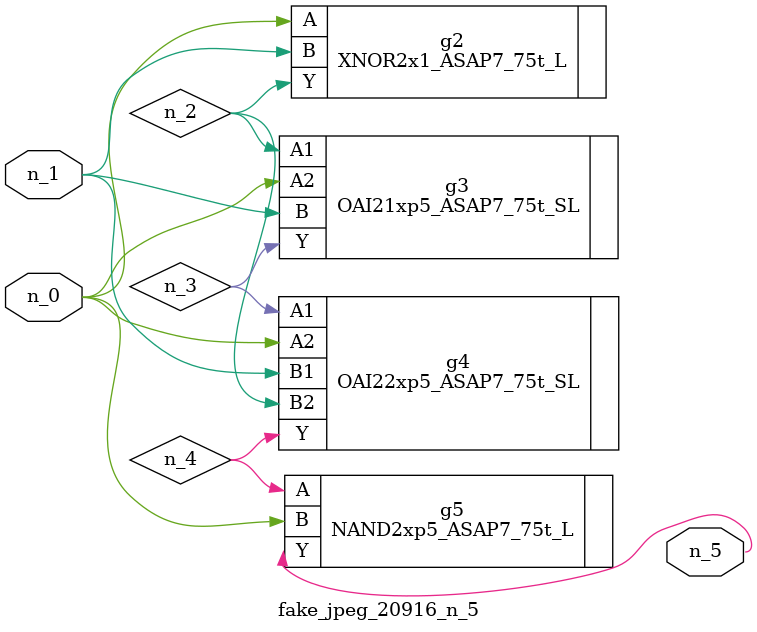
<source format=v>
module fake_jpeg_20916_n_5 (n_0, n_1, n_5);

input n_0;
input n_1;

output n_5;

wire n_3;
wire n_2;
wire n_4;

XNOR2x1_ASAP7_75t_L g2 ( 
.A(n_0),
.B(n_1),
.Y(n_2)
);

OAI21xp5_ASAP7_75t_SL g3 ( 
.A1(n_2),
.A2(n_0),
.B(n_1),
.Y(n_3)
);

OAI22xp5_ASAP7_75t_SL g4 ( 
.A1(n_3),
.A2(n_0),
.B1(n_1),
.B2(n_2),
.Y(n_4)
);

NAND2xp5_ASAP7_75t_L g5 ( 
.A(n_4),
.B(n_0),
.Y(n_5)
);


endmodule
</source>
